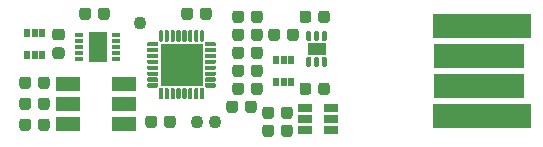
<source format=gbr>
G04 #@! TF.GenerationSoftware,KiCad,Pcbnew,5.1.6-c6e7f7d~86~ubuntu20.04.1*
G04 #@! TF.CreationDate,2020-07-01T18:46:00+05:00*
G04 #@! TF.ProjectId,Main,4d61696e-2e6b-4696-9361-645f70636258,rev?*
G04 #@! TF.SameCoordinates,Original*
G04 #@! TF.FileFunction,Soldermask,Top*
G04 #@! TF.FilePolarity,Negative*
%FSLAX46Y46*%
G04 Gerber Fmt 4.6, Leading zero omitted, Abs format (unit mm)*
G04 Created by KiCad (PCBNEW 5.1.6-c6e7f7d~86~ubuntu20.04.1) date 2020-07-01 18:46:00*
%MOMM*%
%LPD*%
G01*
G04 APERTURE LIST*
%ADD10R,1.650000X2.580000*%
%ADD11R,0.750000X0.400000*%
%ADD12R,1.600000X1.000000*%
%ADD13R,3.550000X3.550000*%
%ADD14R,1.160000X0.750000*%
%ADD15C,1.100000*%
%ADD16R,7.700000X2.100000*%
%ADD17R,8.300000X2.100000*%
%ADD18R,0.500000X0.750000*%
%ADD19R,2.100000X1.200000*%
G04 APERTURE END LIST*
G36*
G01*
X167187500Y-96746750D02*
X167187500Y-97309250D01*
G75*
G02*
X166943750Y-97553000I-243750J0D01*
G01*
X166456250Y-97553000D01*
G75*
G02*
X166212500Y-97309250I0J243750D01*
G01*
X166212500Y-96746750D01*
G75*
G02*
X166456250Y-96503000I243750J0D01*
G01*
X166943750Y-96503000D01*
G75*
G02*
X167187500Y-96746750I0J-243750D01*
G01*
G37*
G36*
G01*
X168762500Y-96746750D02*
X168762500Y-97309250D01*
G75*
G02*
X168518750Y-97553000I-243750J0D01*
G01*
X168031250Y-97553000D01*
G75*
G02*
X167787500Y-97309250I0J243750D01*
G01*
X167787500Y-96746750D01*
G75*
G02*
X168031250Y-96503000I243750J0D01*
G01*
X168518750Y-96503000D01*
G75*
G02*
X168762500Y-96746750I0J-243750D01*
G01*
G37*
D10*
X149098000Y-99568000D03*
D11*
X150648000Y-98568000D03*
X150648000Y-99068000D03*
X150648000Y-99568000D03*
X150648000Y-100068000D03*
X150648000Y-100568000D03*
X147548000Y-100568000D03*
X147548000Y-100068000D03*
X147548000Y-99568000D03*
X147548000Y-99068000D03*
X147548000Y-98568000D03*
G36*
G01*
X161498000Y-99794750D02*
X161498000Y-100357250D01*
G75*
G02*
X161254250Y-100601000I-243750J0D01*
G01*
X160766750Y-100601000D01*
G75*
G02*
X160523000Y-100357250I0J243750D01*
G01*
X160523000Y-99794750D01*
G75*
G02*
X160766750Y-99551000I243750J0D01*
G01*
X161254250Y-99551000D01*
G75*
G02*
X161498000Y-99794750I0J-243750D01*
G01*
G37*
G36*
G01*
X163073000Y-99794750D02*
X163073000Y-100357250D01*
G75*
G02*
X162829250Y-100601000I-243750J0D01*
G01*
X162341750Y-100601000D01*
G75*
G02*
X162098000Y-100357250I0J243750D01*
G01*
X162098000Y-99794750D01*
G75*
G02*
X162341750Y-99551000I243750J0D01*
G01*
X162829250Y-99551000D01*
G75*
G02*
X163073000Y-99794750I0J-243750D01*
G01*
G37*
G36*
G01*
X161498000Y-101318750D02*
X161498000Y-101881250D01*
G75*
G02*
X161254250Y-102125000I-243750J0D01*
G01*
X160766750Y-102125000D01*
G75*
G02*
X160523000Y-101881250I0J243750D01*
G01*
X160523000Y-101318750D01*
G75*
G02*
X160766750Y-101075000I243750J0D01*
G01*
X161254250Y-101075000D01*
G75*
G02*
X161498000Y-101318750I0J-243750D01*
G01*
G37*
G36*
G01*
X163073000Y-101318750D02*
X163073000Y-101881250D01*
G75*
G02*
X162829250Y-102125000I-243750J0D01*
G01*
X162341750Y-102125000D01*
G75*
G02*
X162098000Y-101881250I0J243750D01*
G01*
X162098000Y-101318750D01*
G75*
G02*
X162341750Y-101075000I243750J0D01*
G01*
X162829250Y-101075000D01*
G75*
G02*
X163073000Y-101318750I0J-243750D01*
G01*
G37*
G36*
G01*
X161498000Y-102842750D02*
X161498000Y-103405250D01*
G75*
G02*
X161254250Y-103649000I-243750J0D01*
G01*
X160766750Y-103649000D01*
G75*
G02*
X160523000Y-103405250I0J243750D01*
G01*
X160523000Y-102842750D01*
G75*
G02*
X160766750Y-102599000I243750J0D01*
G01*
X161254250Y-102599000D01*
G75*
G02*
X161498000Y-102842750I0J-243750D01*
G01*
G37*
G36*
G01*
X163073000Y-102842750D02*
X163073000Y-103405250D01*
G75*
G02*
X162829250Y-103649000I-243750J0D01*
G01*
X162341750Y-103649000D01*
G75*
G02*
X162098000Y-103405250I0J243750D01*
G01*
X162098000Y-102842750D01*
G75*
G02*
X162341750Y-102599000I243750J0D01*
G01*
X162829250Y-102599000D01*
G75*
G02*
X163073000Y-102842750I0J-243750D01*
G01*
G37*
G36*
G01*
X160990000Y-104366750D02*
X160990000Y-104929250D01*
G75*
G02*
X160746250Y-105173000I-243750J0D01*
G01*
X160258750Y-105173000D01*
G75*
G02*
X160015000Y-104929250I0J243750D01*
G01*
X160015000Y-104366750D01*
G75*
G02*
X160258750Y-104123000I243750J0D01*
G01*
X160746250Y-104123000D01*
G75*
G02*
X160990000Y-104366750I0J-243750D01*
G01*
G37*
G36*
G01*
X162565000Y-104366750D02*
X162565000Y-104929250D01*
G75*
G02*
X162321250Y-105173000I-243750J0D01*
G01*
X161833750Y-105173000D01*
G75*
G02*
X161590000Y-104929250I0J243750D01*
G01*
X161590000Y-104366750D01*
G75*
G02*
X161833750Y-104123000I243750J0D01*
G01*
X162321250Y-104123000D01*
G75*
G02*
X162565000Y-104366750I0J-243750D01*
G01*
G37*
G36*
G01*
X167090000Y-101263000D02*
X166890000Y-101263000D01*
G75*
G02*
X166790000Y-101163000I0J100000D01*
G01*
X166790000Y-100513000D01*
G75*
G02*
X166890000Y-100413000I100000J0D01*
G01*
X167090000Y-100413000D01*
G75*
G02*
X167190000Y-100513000I0J-100000D01*
G01*
X167190000Y-101163000D01*
G75*
G02*
X167090000Y-101263000I-100000J0D01*
G01*
G37*
D12*
X167640000Y-99758500D03*
G36*
G01*
X168390000Y-99104000D02*
X168190000Y-99104000D01*
G75*
G02*
X168090000Y-99004000I0J100000D01*
G01*
X168090000Y-98354000D01*
G75*
G02*
X168190000Y-98254000I100000J0D01*
G01*
X168390000Y-98254000D01*
G75*
G02*
X168490000Y-98354000I0J-100000D01*
G01*
X168490000Y-99004000D01*
G75*
G02*
X168390000Y-99104000I-100000J0D01*
G01*
G37*
G36*
G01*
X167740000Y-101263000D02*
X167540000Y-101263000D01*
G75*
G02*
X167440000Y-101163000I0J100000D01*
G01*
X167440000Y-100513000D01*
G75*
G02*
X167540000Y-100413000I100000J0D01*
G01*
X167740000Y-100413000D01*
G75*
G02*
X167840000Y-100513000I0J-100000D01*
G01*
X167840000Y-101163000D01*
G75*
G02*
X167740000Y-101263000I-100000J0D01*
G01*
G37*
G36*
G01*
X167090000Y-99104000D02*
X166890000Y-99104000D01*
G75*
G02*
X166790000Y-99004000I0J100000D01*
G01*
X166790000Y-98354000D01*
G75*
G02*
X166890000Y-98254000I100000J0D01*
G01*
X167090000Y-98254000D01*
G75*
G02*
X167190000Y-98354000I0J-100000D01*
G01*
X167190000Y-99004000D01*
G75*
G02*
X167090000Y-99104000I-100000J0D01*
G01*
G37*
G36*
G01*
X167740000Y-99104000D02*
X167540000Y-99104000D01*
G75*
G02*
X167440000Y-99004000I0J100000D01*
G01*
X167440000Y-98354000D01*
G75*
G02*
X167540000Y-98254000I100000J0D01*
G01*
X167740000Y-98254000D01*
G75*
G02*
X167840000Y-98354000I0J-100000D01*
G01*
X167840000Y-99004000D01*
G75*
G02*
X167740000Y-99104000I-100000J0D01*
G01*
G37*
G36*
G01*
X168390000Y-101263000D02*
X168190000Y-101263000D01*
G75*
G02*
X168090000Y-101163000I0J100000D01*
G01*
X168090000Y-100513000D01*
G75*
G02*
X168190000Y-100413000I100000J0D01*
G01*
X168390000Y-100413000D01*
G75*
G02*
X168490000Y-100513000I0J-100000D01*
G01*
X168490000Y-101163000D01*
G75*
G02*
X168390000Y-101263000I-100000J0D01*
G01*
G37*
D13*
X156210000Y-101092000D03*
G36*
G01*
X158247500Y-99167000D02*
X159047500Y-99167000D01*
G75*
G02*
X159135000Y-99254500I0J-87500D01*
G01*
X159135000Y-99429500D01*
G75*
G02*
X159047500Y-99517000I-87500J0D01*
G01*
X158247500Y-99517000D01*
G75*
G02*
X158160000Y-99429500I0J87500D01*
G01*
X158160000Y-99254500D01*
G75*
G02*
X158247500Y-99167000I87500J0D01*
G01*
G37*
G36*
G01*
X158247500Y-99667000D02*
X159047500Y-99667000D01*
G75*
G02*
X159135000Y-99754500I0J-87500D01*
G01*
X159135000Y-99929500D01*
G75*
G02*
X159047500Y-100017000I-87500J0D01*
G01*
X158247500Y-100017000D01*
G75*
G02*
X158160000Y-99929500I0J87500D01*
G01*
X158160000Y-99754500D01*
G75*
G02*
X158247500Y-99667000I87500J0D01*
G01*
G37*
G36*
G01*
X158247500Y-100167000D02*
X159047500Y-100167000D01*
G75*
G02*
X159135000Y-100254500I0J-87500D01*
G01*
X159135000Y-100429500D01*
G75*
G02*
X159047500Y-100517000I-87500J0D01*
G01*
X158247500Y-100517000D01*
G75*
G02*
X158160000Y-100429500I0J87500D01*
G01*
X158160000Y-100254500D01*
G75*
G02*
X158247500Y-100167000I87500J0D01*
G01*
G37*
G36*
G01*
X158247500Y-100667000D02*
X159047500Y-100667000D01*
G75*
G02*
X159135000Y-100754500I0J-87500D01*
G01*
X159135000Y-100929500D01*
G75*
G02*
X159047500Y-101017000I-87500J0D01*
G01*
X158247500Y-101017000D01*
G75*
G02*
X158160000Y-100929500I0J87500D01*
G01*
X158160000Y-100754500D01*
G75*
G02*
X158247500Y-100667000I87500J0D01*
G01*
G37*
G36*
G01*
X158247500Y-101167000D02*
X159047500Y-101167000D01*
G75*
G02*
X159135000Y-101254500I0J-87500D01*
G01*
X159135000Y-101429500D01*
G75*
G02*
X159047500Y-101517000I-87500J0D01*
G01*
X158247500Y-101517000D01*
G75*
G02*
X158160000Y-101429500I0J87500D01*
G01*
X158160000Y-101254500D01*
G75*
G02*
X158247500Y-101167000I87500J0D01*
G01*
G37*
G36*
G01*
X158247500Y-101667000D02*
X159047500Y-101667000D01*
G75*
G02*
X159135000Y-101754500I0J-87500D01*
G01*
X159135000Y-101929500D01*
G75*
G02*
X159047500Y-102017000I-87500J0D01*
G01*
X158247500Y-102017000D01*
G75*
G02*
X158160000Y-101929500I0J87500D01*
G01*
X158160000Y-101754500D01*
G75*
G02*
X158247500Y-101667000I87500J0D01*
G01*
G37*
G36*
G01*
X158247500Y-102167000D02*
X159047500Y-102167000D01*
G75*
G02*
X159135000Y-102254500I0J-87500D01*
G01*
X159135000Y-102429500D01*
G75*
G02*
X159047500Y-102517000I-87500J0D01*
G01*
X158247500Y-102517000D01*
G75*
G02*
X158160000Y-102429500I0J87500D01*
G01*
X158160000Y-102254500D01*
G75*
G02*
X158247500Y-102167000I87500J0D01*
G01*
G37*
G36*
G01*
X158247500Y-102667000D02*
X159047500Y-102667000D01*
G75*
G02*
X159135000Y-102754500I0J-87500D01*
G01*
X159135000Y-102929500D01*
G75*
G02*
X159047500Y-103017000I-87500J0D01*
G01*
X158247500Y-103017000D01*
G75*
G02*
X158160000Y-102929500I0J87500D01*
G01*
X158160000Y-102754500D01*
G75*
G02*
X158247500Y-102667000I87500J0D01*
G01*
G37*
G36*
G01*
X157872500Y-103042000D02*
X158047500Y-103042000D01*
G75*
G02*
X158135000Y-103129500I0J-87500D01*
G01*
X158135000Y-103929500D01*
G75*
G02*
X158047500Y-104017000I-87500J0D01*
G01*
X157872500Y-104017000D01*
G75*
G02*
X157785000Y-103929500I0J87500D01*
G01*
X157785000Y-103129500D01*
G75*
G02*
X157872500Y-103042000I87500J0D01*
G01*
G37*
G36*
G01*
X157372500Y-103042000D02*
X157547500Y-103042000D01*
G75*
G02*
X157635000Y-103129500I0J-87500D01*
G01*
X157635000Y-103929500D01*
G75*
G02*
X157547500Y-104017000I-87500J0D01*
G01*
X157372500Y-104017000D01*
G75*
G02*
X157285000Y-103929500I0J87500D01*
G01*
X157285000Y-103129500D01*
G75*
G02*
X157372500Y-103042000I87500J0D01*
G01*
G37*
G36*
G01*
X156872500Y-103042000D02*
X157047500Y-103042000D01*
G75*
G02*
X157135000Y-103129500I0J-87500D01*
G01*
X157135000Y-103929500D01*
G75*
G02*
X157047500Y-104017000I-87500J0D01*
G01*
X156872500Y-104017000D01*
G75*
G02*
X156785000Y-103929500I0J87500D01*
G01*
X156785000Y-103129500D01*
G75*
G02*
X156872500Y-103042000I87500J0D01*
G01*
G37*
G36*
G01*
X156372500Y-103042000D02*
X156547500Y-103042000D01*
G75*
G02*
X156635000Y-103129500I0J-87500D01*
G01*
X156635000Y-103929500D01*
G75*
G02*
X156547500Y-104017000I-87500J0D01*
G01*
X156372500Y-104017000D01*
G75*
G02*
X156285000Y-103929500I0J87500D01*
G01*
X156285000Y-103129500D01*
G75*
G02*
X156372500Y-103042000I87500J0D01*
G01*
G37*
G36*
G01*
X155872500Y-103042000D02*
X156047500Y-103042000D01*
G75*
G02*
X156135000Y-103129500I0J-87500D01*
G01*
X156135000Y-103929500D01*
G75*
G02*
X156047500Y-104017000I-87500J0D01*
G01*
X155872500Y-104017000D01*
G75*
G02*
X155785000Y-103929500I0J87500D01*
G01*
X155785000Y-103129500D01*
G75*
G02*
X155872500Y-103042000I87500J0D01*
G01*
G37*
G36*
G01*
X155372500Y-103042000D02*
X155547500Y-103042000D01*
G75*
G02*
X155635000Y-103129500I0J-87500D01*
G01*
X155635000Y-103929500D01*
G75*
G02*
X155547500Y-104017000I-87500J0D01*
G01*
X155372500Y-104017000D01*
G75*
G02*
X155285000Y-103929500I0J87500D01*
G01*
X155285000Y-103129500D01*
G75*
G02*
X155372500Y-103042000I87500J0D01*
G01*
G37*
G36*
G01*
X154872500Y-103042000D02*
X155047500Y-103042000D01*
G75*
G02*
X155135000Y-103129500I0J-87500D01*
G01*
X155135000Y-103929500D01*
G75*
G02*
X155047500Y-104017000I-87500J0D01*
G01*
X154872500Y-104017000D01*
G75*
G02*
X154785000Y-103929500I0J87500D01*
G01*
X154785000Y-103129500D01*
G75*
G02*
X154872500Y-103042000I87500J0D01*
G01*
G37*
G36*
G01*
X154372500Y-103042000D02*
X154547500Y-103042000D01*
G75*
G02*
X154635000Y-103129500I0J-87500D01*
G01*
X154635000Y-103929500D01*
G75*
G02*
X154547500Y-104017000I-87500J0D01*
G01*
X154372500Y-104017000D01*
G75*
G02*
X154285000Y-103929500I0J87500D01*
G01*
X154285000Y-103129500D01*
G75*
G02*
X154372500Y-103042000I87500J0D01*
G01*
G37*
G36*
G01*
X153372500Y-102667000D02*
X154172500Y-102667000D01*
G75*
G02*
X154260000Y-102754500I0J-87500D01*
G01*
X154260000Y-102929500D01*
G75*
G02*
X154172500Y-103017000I-87500J0D01*
G01*
X153372500Y-103017000D01*
G75*
G02*
X153285000Y-102929500I0J87500D01*
G01*
X153285000Y-102754500D01*
G75*
G02*
X153372500Y-102667000I87500J0D01*
G01*
G37*
G36*
G01*
X153372500Y-102167000D02*
X154172500Y-102167000D01*
G75*
G02*
X154260000Y-102254500I0J-87500D01*
G01*
X154260000Y-102429500D01*
G75*
G02*
X154172500Y-102517000I-87500J0D01*
G01*
X153372500Y-102517000D01*
G75*
G02*
X153285000Y-102429500I0J87500D01*
G01*
X153285000Y-102254500D01*
G75*
G02*
X153372500Y-102167000I87500J0D01*
G01*
G37*
G36*
G01*
X153372500Y-101667000D02*
X154172500Y-101667000D01*
G75*
G02*
X154260000Y-101754500I0J-87500D01*
G01*
X154260000Y-101929500D01*
G75*
G02*
X154172500Y-102017000I-87500J0D01*
G01*
X153372500Y-102017000D01*
G75*
G02*
X153285000Y-101929500I0J87500D01*
G01*
X153285000Y-101754500D01*
G75*
G02*
X153372500Y-101667000I87500J0D01*
G01*
G37*
G36*
G01*
X153372500Y-101167000D02*
X154172500Y-101167000D01*
G75*
G02*
X154260000Y-101254500I0J-87500D01*
G01*
X154260000Y-101429500D01*
G75*
G02*
X154172500Y-101517000I-87500J0D01*
G01*
X153372500Y-101517000D01*
G75*
G02*
X153285000Y-101429500I0J87500D01*
G01*
X153285000Y-101254500D01*
G75*
G02*
X153372500Y-101167000I87500J0D01*
G01*
G37*
G36*
G01*
X153372500Y-100667000D02*
X154172500Y-100667000D01*
G75*
G02*
X154260000Y-100754500I0J-87500D01*
G01*
X154260000Y-100929500D01*
G75*
G02*
X154172500Y-101017000I-87500J0D01*
G01*
X153372500Y-101017000D01*
G75*
G02*
X153285000Y-100929500I0J87500D01*
G01*
X153285000Y-100754500D01*
G75*
G02*
X153372500Y-100667000I87500J0D01*
G01*
G37*
G36*
G01*
X153372500Y-100167000D02*
X154172500Y-100167000D01*
G75*
G02*
X154260000Y-100254500I0J-87500D01*
G01*
X154260000Y-100429500D01*
G75*
G02*
X154172500Y-100517000I-87500J0D01*
G01*
X153372500Y-100517000D01*
G75*
G02*
X153285000Y-100429500I0J87500D01*
G01*
X153285000Y-100254500D01*
G75*
G02*
X153372500Y-100167000I87500J0D01*
G01*
G37*
G36*
G01*
X153372500Y-99667000D02*
X154172500Y-99667000D01*
G75*
G02*
X154260000Y-99754500I0J-87500D01*
G01*
X154260000Y-99929500D01*
G75*
G02*
X154172500Y-100017000I-87500J0D01*
G01*
X153372500Y-100017000D01*
G75*
G02*
X153285000Y-99929500I0J87500D01*
G01*
X153285000Y-99754500D01*
G75*
G02*
X153372500Y-99667000I87500J0D01*
G01*
G37*
G36*
G01*
X153372500Y-99167000D02*
X154172500Y-99167000D01*
G75*
G02*
X154260000Y-99254500I0J-87500D01*
G01*
X154260000Y-99429500D01*
G75*
G02*
X154172500Y-99517000I-87500J0D01*
G01*
X153372500Y-99517000D01*
G75*
G02*
X153285000Y-99429500I0J87500D01*
G01*
X153285000Y-99254500D01*
G75*
G02*
X153372500Y-99167000I87500J0D01*
G01*
G37*
G36*
G01*
X154372500Y-98167000D02*
X154547500Y-98167000D01*
G75*
G02*
X154635000Y-98254500I0J-87500D01*
G01*
X154635000Y-99054500D01*
G75*
G02*
X154547500Y-99142000I-87500J0D01*
G01*
X154372500Y-99142000D01*
G75*
G02*
X154285000Y-99054500I0J87500D01*
G01*
X154285000Y-98254500D01*
G75*
G02*
X154372500Y-98167000I87500J0D01*
G01*
G37*
G36*
G01*
X154872500Y-98167000D02*
X155047500Y-98167000D01*
G75*
G02*
X155135000Y-98254500I0J-87500D01*
G01*
X155135000Y-99054500D01*
G75*
G02*
X155047500Y-99142000I-87500J0D01*
G01*
X154872500Y-99142000D01*
G75*
G02*
X154785000Y-99054500I0J87500D01*
G01*
X154785000Y-98254500D01*
G75*
G02*
X154872500Y-98167000I87500J0D01*
G01*
G37*
G36*
G01*
X155372500Y-98167000D02*
X155547500Y-98167000D01*
G75*
G02*
X155635000Y-98254500I0J-87500D01*
G01*
X155635000Y-99054500D01*
G75*
G02*
X155547500Y-99142000I-87500J0D01*
G01*
X155372500Y-99142000D01*
G75*
G02*
X155285000Y-99054500I0J87500D01*
G01*
X155285000Y-98254500D01*
G75*
G02*
X155372500Y-98167000I87500J0D01*
G01*
G37*
G36*
G01*
X155872500Y-98167000D02*
X156047500Y-98167000D01*
G75*
G02*
X156135000Y-98254500I0J-87500D01*
G01*
X156135000Y-99054500D01*
G75*
G02*
X156047500Y-99142000I-87500J0D01*
G01*
X155872500Y-99142000D01*
G75*
G02*
X155785000Y-99054500I0J87500D01*
G01*
X155785000Y-98254500D01*
G75*
G02*
X155872500Y-98167000I87500J0D01*
G01*
G37*
G36*
G01*
X156372500Y-98167000D02*
X156547500Y-98167000D01*
G75*
G02*
X156635000Y-98254500I0J-87500D01*
G01*
X156635000Y-99054500D01*
G75*
G02*
X156547500Y-99142000I-87500J0D01*
G01*
X156372500Y-99142000D01*
G75*
G02*
X156285000Y-99054500I0J87500D01*
G01*
X156285000Y-98254500D01*
G75*
G02*
X156372500Y-98167000I87500J0D01*
G01*
G37*
G36*
G01*
X156872500Y-98167000D02*
X157047500Y-98167000D01*
G75*
G02*
X157135000Y-98254500I0J-87500D01*
G01*
X157135000Y-99054500D01*
G75*
G02*
X157047500Y-99142000I-87500J0D01*
G01*
X156872500Y-99142000D01*
G75*
G02*
X156785000Y-99054500I0J87500D01*
G01*
X156785000Y-98254500D01*
G75*
G02*
X156872500Y-98167000I87500J0D01*
G01*
G37*
G36*
G01*
X157372500Y-98167000D02*
X157547500Y-98167000D01*
G75*
G02*
X157635000Y-98254500I0J-87500D01*
G01*
X157635000Y-99054500D01*
G75*
G02*
X157547500Y-99142000I-87500J0D01*
G01*
X157372500Y-99142000D01*
G75*
G02*
X157285000Y-99054500I0J87500D01*
G01*
X157285000Y-98254500D01*
G75*
G02*
X157372500Y-98167000I87500J0D01*
G01*
G37*
G36*
G01*
X157872500Y-98167000D02*
X158047500Y-98167000D01*
G75*
G02*
X158135000Y-98254500I0J-87500D01*
G01*
X158135000Y-99054500D01*
G75*
G02*
X158047500Y-99142000I-87500J0D01*
G01*
X157872500Y-99142000D01*
G75*
G02*
X157785000Y-99054500I0J87500D01*
G01*
X157785000Y-98254500D01*
G75*
G02*
X157872500Y-98167000I87500J0D01*
G01*
G37*
D14*
X166667000Y-105664000D03*
X166667000Y-106614000D03*
X166667000Y-104714000D03*
X168867000Y-104714000D03*
X168867000Y-105664000D03*
X168867000Y-106614000D03*
D15*
X159004000Y-105918000D03*
X157480000Y-105918000D03*
X152654000Y-97536000D03*
G36*
G01*
X143464000Y-102334750D02*
X143464000Y-102897250D01*
G75*
G02*
X143220250Y-103141000I-243750J0D01*
G01*
X142732750Y-103141000D01*
G75*
G02*
X142489000Y-102897250I0J243750D01*
G01*
X142489000Y-102334750D01*
G75*
G02*
X142732750Y-102091000I243750J0D01*
G01*
X143220250Y-102091000D01*
G75*
G02*
X143464000Y-102334750I0J-243750D01*
G01*
G37*
G36*
G01*
X145039000Y-102334750D02*
X145039000Y-102897250D01*
G75*
G02*
X144795250Y-103141000I-243750J0D01*
G01*
X144307750Y-103141000D01*
G75*
G02*
X144064000Y-102897250I0J243750D01*
G01*
X144064000Y-102334750D01*
G75*
G02*
X144307750Y-102091000I243750J0D01*
G01*
X144795250Y-102091000D01*
G75*
G02*
X145039000Y-102334750I0J-243750D01*
G01*
G37*
G36*
G01*
X165146000Y-98833250D02*
X165146000Y-98270750D01*
G75*
G02*
X165389750Y-98027000I243750J0D01*
G01*
X165877250Y-98027000D01*
G75*
G02*
X166121000Y-98270750I0J-243750D01*
G01*
X166121000Y-98833250D01*
G75*
G02*
X165877250Y-99077000I-243750J0D01*
G01*
X165389750Y-99077000D01*
G75*
G02*
X165146000Y-98833250I0J243750D01*
G01*
G37*
G36*
G01*
X163571000Y-98833250D02*
X163571000Y-98270750D01*
G75*
G02*
X163814750Y-98027000I243750J0D01*
G01*
X164302250Y-98027000D01*
G75*
G02*
X164546000Y-98270750I0J-243750D01*
G01*
X164546000Y-98833250D01*
G75*
G02*
X164302250Y-99077000I-243750J0D01*
G01*
X163814750Y-99077000D01*
G75*
G02*
X163571000Y-98833250I0J243750D01*
G01*
G37*
G36*
G01*
X162098000Y-97309250D02*
X162098000Y-96746750D01*
G75*
G02*
X162341750Y-96503000I243750J0D01*
G01*
X162829250Y-96503000D01*
G75*
G02*
X163073000Y-96746750I0J-243750D01*
G01*
X163073000Y-97309250D01*
G75*
G02*
X162829250Y-97553000I-243750J0D01*
G01*
X162341750Y-97553000D01*
G75*
G02*
X162098000Y-97309250I0J243750D01*
G01*
G37*
G36*
G01*
X160523000Y-97309250D02*
X160523000Y-96746750D01*
G75*
G02*
X160766750Y-96503000I243750J0D01*
G01*
X161254250Y-96503000D01*
G75*
G02*
X161498000Y-96746750I0J-243750D01*
G01*
X161498000Y-97309250D01*
G75*
G02*
X161254250Y-97553000I-243750J0D01*
G01*
X160766750Y-97553000D01*
G75*
G02*
X160523000Y-97309250I0J243750D01*
G01*
G37*
G36*
G01*
X143464000Y-104112750D02*
X143464000Y-104675250D01*
G75*
G02*
X143220250Y-104919000I-243750J0D01*
G01*
X142732750Y-104919000D01*
G75*
G02*
X142489000Y-104675250I0J243750D01*
G01*
X142489000Y-104112750D01*
G75*
G02*
X142732750Y-103869000I243750J0D01*
G01*
X143220250Y-103869000D01*
G75*
G02*
X143464000Y-104112750I0J-243750D01*
G01*
G37*
G36*
G01*
X145039000Y-104112750D02*
X145039000Y-104675250D01*
G75*
G02*
X144795250Y-104919000I-243750J0D01*
G01*
X144307750Y-104919000D01*
G75*
G02*
X144064000Y-104675250I0J243750D01*
G01*
X144064000Y-104112750D01*
G75*
G02*
X144307750Y-103869000I243750J0D01*
G01*
X144795250Y-103869000D01*
G75*
G02*
X145039000Y-104112750I0J-243750D01*
G01*
G37*
G36*
G01*
X162098000Y-98833250D02*
X162098000Y-98270750D01*
G75*
G02*
X162341750Y-98027000I243750J0D01*
G01*
X162829250Y-98027000D01*
G75*
G02*
X163073000Y-98270750I0J-243750D01*
G01*
X163073000Y-98833250D01*
G75*
G02*
X162829250Y-99077000I-243750J0D01*
G01*
X162341750Y-99077000D01*
G75*
G02*
X162098000Y-98833250I0J243750D01*
G01*
G37*
G36*
G01*
X160523000Y-98833250D02*
X160523000Y-98270750D01*
G75*
G02*
X160766750Y-98027000I243750J0D01*
G01*
X161254250Y-98027000D01*
G75*
G02*
X161498000Y-98270750I0J-243750D01*
G01*
X161498000Y-98833250D01*
G75*
G02*
X161254250Y-99077000I-243750J0D01*
G01*
X160766750Y-99077000D01*
G75*
G02*
X160523000Y-98833250I0J243750D01*
G01*
G37*
G36*
G01*
X143464000Y-105890750D02*
X143464000Y-106453250D01*
G75*
G02*
X143220250Y-106697000I-243750J0D01*
G01*
X142732750Y-106697000D01*
G75*
G02*
X142489000Y-106453250I0J243750D01*
G01*
X142489000Y-105890750D01*
G75*
G02*
X142732750Y-105647000I243750J0D01*
G01*
X143220250Y-105647000D01*
G75*
G02*
X143464000Y-105890750I0J-243750D01*
G01*
G37*
G36*
G01*
X145039000Y-105890750D02*
X145039000Y-106453250D01*
G75*
G02*
X144795250Y-106697000I-243750J0D01*
G01*
X144307750Y-106697000D01*
G75*
G02*
X144064000Y-106453250I0J243750D01*
G01*
X144064000Y-105890750D01*
G75*
G02*
X144307750Y-105647000I243750J0D01*
G01*
X144795250Y-105647000D01*
G75*
G02*
X145039000Y-105890750I0J-243750D01*
G01*
G37*
G36*
G01*
X164638000Y-106961250D02*
X164638000Y-106398750D01*
G75*
G02*
X164881750Y-106155000I243750J0D01*
G01*
X165369250Y-106155000D01*
G75*
G02*
X165613000Y-106398750I0J-243750D01*
G01*
X165613000Y-106961250D01*
G75*
G02*
X165369250Y-107205000I-243750J0D01*
G01*
X164881750Y-107205000D01*
G75*
G02*
X164638000Y-106961250I0J243750D01*
G01*
G37*
G36*
G01*
X163063000Y-106961250D02*
X163063000Y-106398750D01*
G75*
G02*
X163306750Y-106155000I243750J0D01*
G01*
X163794250Y-106155000D01*
G75*
G02*
X164038000Y-106398750I0J-243750D01*
G01*
X164038000Y-106961250D01*
G75*
G02*
X163794250Y-107205000I-243750J0D01*
G01*
X163306750Y-107205000D01*
G75*
G02*
X163063000Y-106961250I0J243750D01*
G01*
G37*
G36*
G01*
X164638000Y-105437250D02*
X164638000Y-104874750D01*
G75*
G02*
X164881750Y-104631000I243750J0D01*
G01*
X165369250Y-104631000D01*
G75*
G02*
X165613000Y-104874750I0J-243750D01*
G01*
X165613000Y-105437250D01*
G75*
G02*
X165369250Y-105681000I-243750J0D01*
G01*
X164881750Y-105681000D01*
G75*
G02*
X164638000Y-105437250I0J243750D01*
G01*
G37*
G36*
G01*
X163063000Y-105437250D02*
X163063000Y-104874750D01*
G75*
G02*
X163306750Y-104631000I243750J0D01*
G01*
X163794250Y-104631000D01*
G75*
G02*
X164038000Y-104874750I0J-243750D01*
G01*
X164038000Y-105437250D01*
G75*
G02*
X163794250Y-105681000I-243750J0D01*
G01*
X163306750Y-105681000D01*
G75*
G02*
X163063000Y-105437250I0J243750D01*
G01*
G37*
D16*
X181356000Y-100330000D03*
X181356000Y-102870000D03*
D17*
X181610000Y-97790000D03*
X181610000Y-105410000D03*
D18*
X164196000Y-100650000D03*
X165496000Y-100650000D03*
X164846000Y-102550000D03*
X164846000Y-100650000D03*
X165496000Y-102550000D03*
X164196000Y-102550000D03*
D19*
X151371000Y-102694000D03*
X151371000Y-104394000D03*
X151371000Y-106094000D03*
X146571000Y-106094000D03*
X146571000Y-104394000D03*
X146571000Y-102694000D03*
D18*
X144414000Y-98364000D03*
X143114000Y-98364000D03*
X143764000Y-100264000D03*
X143764000Y-98364000D03*
X143114000Y-100264000D03*
X144414000Y-100264000D03*
G36*
G01*
X167187500Y-102842750D02*
X167187500Y-103405250D01*
G75*
G02*
X166943750Y-103649000I-243750J0D01*
G01*
X166456250Y-103649000D01*
G75*
G02*
X166212500Y-103405250I0J243750D01*
G01*
X166212500Y-102842750D01*
G75*
G02*
X166456250Y-102599000I243750J0D01*
G01*
X166943750Y-102599000D01*
G75*
G02*
X167187500Y-102842750I0J-243750D01*
G01*
G37*
G36*
G01*
X168762500Y-102842750D02*
X168762500Y-103405250D01*
G75*
G02*
X168518750Y-103649000I-243750J0D01*
G01*
X168031250Y-103649000D01*
G75*
G02*
X167787500Y-103405250I0J243750D01*
G01*
X167787500Y-102842750D01*
G75*
G02*
X168031250Y-102599000I243750J0D01*
G01*
X168518750Y-102599000D01*
G75*
G02*
X168762500Y-102842750I0J-243750D01*
G01*
G37*
G36*
G01*
X149144000Y-97055250D02*
X149144000Y-96492750D01*
G75*
G02*
X149387750Y-96249000I243750J0D01*
G01*
X149875250Y-96249000D01*
G75*
G02*
X150119000Y-96492750I0J-243750D01*
G01*
X150119000Y-97055250D01*
G75*
G02*
X149875250Y-97299000I-243750J0D01*
G01*
X149387750Y-97299000D01*
G75*
G02*
X149144000Y-97055250I0J243750D01*
G01*
G37*
G36*
G01*
X147569000Y-97055250D02*
X147569000Y-96492750D01*
G75*
G02*
X147812750Y-96249000I243750J0D01*
G01*
X148300250Y-96249000D01*
G75*
G02*
X148544000Y-96492750I0J-243750D01*
G01*
X148544000Y-97055250D01*
G75*
G02*
X148300250Y-97299000I-243750J0D01*
G01*
X147812750Y-97299000D01*
G75*
G02*
X147569000Y-97055250I0J243750D01*
G01*
G37*
G36*
G01*
X154132000Y-105636750D02*
X154132000Y-106199250D01*
G75*
G02*
X153888250Y-106443000I-243750J0D01*
G01*
X153400750Y-106443000D01*
G75*
G02*
X153157000Y-106199250I0J243750D01*
G01*
X153157000Y-105636750D01*
G75*
G02*
X153400750Y-105393000I243750J0D01*
G01*
X153888250Y-105393000D01*
G75*
G02*
X154132000Y-105636750I0J-243750D01*
G01*
G37*
G36*
G01*
X155707000Y-105636750D02*
X155707000Y-106199250D01*
G75*
G02*
X155463250Y-106443000I-243750J0D01*
G01*
X154975750Y-106443000D01*
G75*
G02*
X154732000Y-106199250I0J243750D01*
G01*
X154732000Y-105636750D01*
G75*
G02*
X154975750Y-105393000I243750J0D01*
G01*
X155463250Y-105393000D01*
G75*
G02*
X155707000Y-105636750I0J-243750D01*
G01*
G37*
G36*
G01*
X157780000Y-97055250D02*
X157780000Y-96492750D01*
G75*
G02*
X158023750Y-96249000I243750J0D01*
G01*
X158511250Y-96249000D01*
G75*
G02*
X158755000Y-96492750I0J-243750D01*
G01*
X158755000Y-97055250D01*
G75*
G02*
X158511250Y-97299000I-243750J0D01*
G01*
X158023750Y-97299000D01*
G75*
G02*
X157780000Y-97055250I0J243750D01*
G01*
G37*
G36*
G01*
X156205000Y-97055250D02*
X156205000Y-96492750D01*
G75*
G02*
X156448750Y-96249000I243750J0D01*
G01*
X156936250Y-96249000D01*
G75*
G02*
X157180000Y-96492750I0J-243750D01*
G01*
X157180000Y-97055250D01*
G75*
G02*
X156936250Y-97299000I-243750J0D01*
G01*
X156448750Y-97299000D01*
G75*
G02*
X156205000Y-97055250I0J243750D01*
G01*
G37*
G36*
G01*
X145514750Y-99614000D02*
X146077250Y-99614000D01*
G75*
G02*
X146321000Y-99857750I0J-243750D01*
G01*
X146321000Y-100345250D01*
G75*
G02*
X146077250Y-100589000I-243750J0D01*
G01*
X145514750Y-100589000D01*
G75*
G02*
X145271000Y-100345250I0J243750D01*
G01*
X145271000Y-99857750D01*
G75*
G02*
X145514750Y-99614000I243750J0D01*
G01*
G37*
G36*
G01*
X145514750Y-98039000D02*
X146077250Y-98039000D01*
G75*
G02*
X146321000Y-98282750I0J-243750D01*
G01*
X146321000Y-98770250D01*
G75*
G02*
X146077250Y-99014000I-243750J0D01*
G01*
X145514750Y-99014000D01*
G75*
G02*
X145271000Y-98770250I0J243750D01*
G01*
X145271000Y-98282750D01*
G75*
G02*
X145514750Y-98039000I243750J0D01*
G01*
G37*
M02*

</source>
